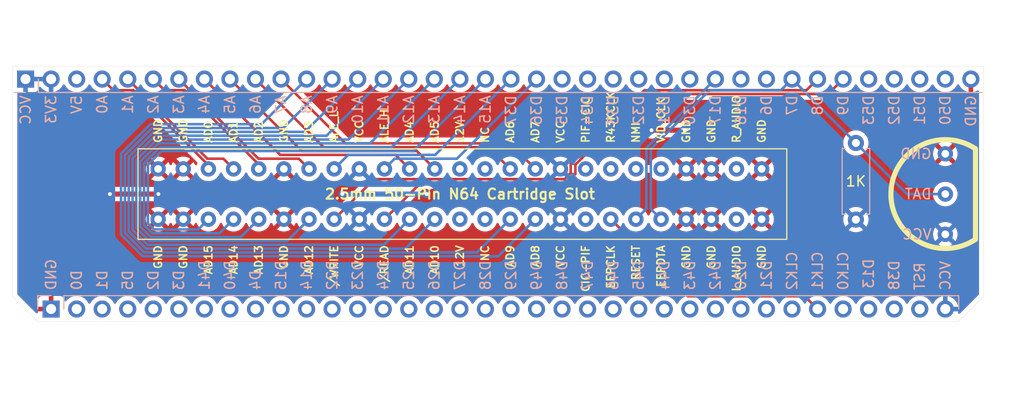
<source format=kicad_pcb>
(kicad_pcb (version 20211014) (generator pcbnew)
  (title_block (title "OSCR N64 ADAPTER") (date "2021-10-31") (rev "V1"))
  (layers (0 "F.Cu" signal) (31 "B.Cu" signal) (34 "B.Paste" user) (35 "F.Paste" user) (36 "B.SilkS" user "B.Silkscreen") (37 "F.SilkS" user "F.Silkscreen") (38 "B.Mask" user) (39 "F.Mask" user) (44 "Edge.Cuts" user))
  (net 0 "")
  (net 1 "D30")
  (net 2 "D31")
  (net 3 "D28")
  (net 4 "D29")
  (net 5 "D26")
  (net 6 "D27")
  (net 7 "D24")
  (net 8 "D25")
  (net 9 "D22")
  (net 10 "D23")
  (net 11 "D17")
  (net 12 "D14")
  (net 13 "D15")
  (net 14 "D8")
  (net 15 "D9")
  (net 16 "D6")
  (net 17 "D7")
  (net 18 "D4")
  (net 19 "D2")
  (net 20 "D3")
  (net 21 "VCC")
  (net 22 "GND")
  (net 23 "D46")
  (net 24 "D47")
  (net 25 "D44")
  (net 26 "D45")
  (net 27 "D42")
  (net 28 "D43")
  (net 29 "D36")
  (net 30 "D37")
  (net 31 "D34")
  (net 32 "D32")
  (net 33 "D33")
  (net 34 "A14")
  (net 35 "A15")
  (net 36 "A12")
  (net 37 "A13")
  (net 38 "A10")
  (net 39 "A11")
  (net 40 "A8")
  (net 41 "A9")
  (net 42 "A6")
  (net 43 "A7")
  (net 44 "A4")
  (net 45 "A5")
  (net 46 "A2")
  (net 47 "A3")
  (net 48 "A0")
  (net 49 "A1")
  (net 50 "D35")
  (net 51 "D16")
  (net 52 "D49")
  (net 53 "D48")
  (net 54 "CLK2")
  (net 55 "CLK1")
  (net 56 "CLK0")
  (net 57 "D0")
  (net 58 "D1")
  (net 59 "D5")
  (net 60 "D41")
  (net 61 "D40")
  (net 62 "D13")
  (net 63 "D38")
  (net 64 "RESET")
  (net 66 "SS")
  (net 67 "SCK")
  (net 68 "MOSI")
  (net 69 "MISO")
  (net 70 "SDA")
  (net 71 "SCL")
  (footprint "!OSCR:N64 Slot" (layer "F.Cu") (at 146.05 88.9 90)
    (fp_text reference "J3" hide)
    (fp_text value "N64_Slot")
    (fp_text user "GND" (at 5 25 90 unlocked) (layer "F.SilkS") (effects (font (size 0.762 0.762) (thickness 0.1524)) (justify left)))
    (fp_text user "R_AUDIO" (at 5 27.5 90 unlocked) (layer "F.SilkS") (effects (font (size 0.762 0.762) (thickness 0.1524)) (justify left)))
    (fp_text user "VCC" (at 5 10 90 unlocked) (layer "F.SilkS") (effects (font (size 0.762 0.762) (thickness 0.1524)) (justify left)))
    (fp_text user "AD6" (at 5 5 90 unlocked) (layer "F.SilkS") (effects (font (size 0.762 0.762) (thickness 0.1524)) (justify left)))
    (fp_text user "AD10" (at -5 -2.5 90 unlocked) (layer "F.SilkS") (effects (font (size 0.762 0.762) (thickness 0.1524)) (justify right)))
    (fp_text user "AD14" (at -5 -22.5 90 unlocked) (layer "F.SilkS") (effects (font (size 0.762 0.762) (thickness 0.1524)) (justify right)))
    (fp_text user "AD2" (at 5 -20 90 unlocked) (layer "F.SilkS") (effects (font (size 0.762 0.762) (thickness 0.1524)) (justify left)))
    (fp_text user "AD0" (at 5 -25 90 unlocked) (layer "F.SilkS") (effects (font (size 0.762 0.762) (thickness 0.1524)) (justify left)))
    (fp_text user "VID_CLK" (at 5 20 90 unlocked) (layer "F.SilkS") (effects (font (size 0.762 0.762) (thickness 0.1524)) (justify left)))
    (fp_text user "VCC" (at -5 -10 90 unlocked) (layer "F.SilkS") (effects (font (size 0.762 0.762) (thickness 0.1524)) (justify right)))
    (fp_text user "AD1" (at 5 -22.5 90 unlocked) (layer "F.SilkS") (effects (font (size 0.762 0.762) (thickness 0.1524)) (justify left)))
    (fp_text user "CIC-PIF" (at -5 12.5 90 unlocked) (layer "F.SilkS") (effects (font (size 0.762 0.762) (thickness 0.1524)) (justify right)))
    (fp_text user "GND" (at -5 25 90 unlocked) (layer "F.SilkS") (effects (font (size 0.762 0.762) (thickness 0.1524)) (justify right)))
    (fp_text user "RESET" (at -5 17.5 90 unlocked) (layer "F.SilkS") (effects (font (size 0.762 0.762) (thickness 0.1524)) (justify right)))
    (fp_text user "NMI" (at 5 17.5 90 unlocked) (layer "F.SilkS") (effects (font (size 0.762 0.762) (thickness 0.1524)) (justify left)))
    (fp_text user "GND" (at 5 -27.5 90 unlocked) (layer "F.SilkS") (effects (font (size 0.762 0.762) (thickness 0.1524)) (justify left)))
    (fp_text user "GND" (at -5 -27.5 90 unlocked) (layer "F.SilkS") (effects (font (size 0.762 0.762) (thickness 0.1524)) (justify right)))
    (fp_text user "PIF-CIC" (at 5 12.5 90 unlocked) (layer "F.SilkS") (effects (font (size 0.762 0.762) (thickness 0.1524)) (justify left)))
    (fp_text user "AD5" (at 5 -2.5 90 unlocked) (layer "F.SilkS") (effects (font (size 0.762 0.762) (thickness 0.1524)) (justify left)))
    (fp_text user "GND" (at 5 -30 90 unlocked) (layer "F.SilkS") (effects (font (size 0.762 0.762) (thickness 0.1524)) (justify left)))
    (fp_text user "AD7" (at 5 7.5 90 unlocked) (layer "F.SilkS") (effects (font (size 0.762 0.762) (thickness 0.1524)) (justify left)))
    (fp_text user "AD13" (at -5 -20 90 unlocked) (layer "F.SilkS") (effects (font (size 0.762 0.762) (thickness 0.1524)) (justify right)))
    (fp_text user "NC" (at 5 2.5 90 unlocked) (layer "F.SilkS") (effects (font (size 0.762 0.762) (thickness 0.1524)) (justify left)))
    (fp_text user "GND" (at 5 30 90 unlocked) (layer "F.SilkS") (effects (font (size 0.762 0.762) (thickness 0.1524)) (justify left)))
    (fp_text user "12V" (at 5 0 90 unlocked) (layer "F.SilkS") (effects (font (size 0.762 0.762) (thickness 0.1524)) (justify left)))
    (fp_text user "GND" (at -5 -30 90 unlocked) (layer "F.SilkS") (effects (font (size 0.762 0.762) (thickness 0.1524)) (justify right)))
    (fp_text user "GND" (at -5 -17.5 90 unlocked) (layer "F.SilkS") (effects (font (size 0.762 0.762) (thickness 0.1524)) (justify right)))
    (fp_text user "VCC" (at 5 -10 90 unlocked) (layer "F.SilkS") (effects (font (size 0.762 0.762) (thickness 0.1524)) (justify left)))
    (fp_text user "AD9" (at -5 5 90 unlocked) (layer "F.SilkS") (effects (font (size 0.762 0.762) (thickness 0.1524)) (justify right)))
    (fp_text user "EEPCLK" (at -5 15 90 unlocked) (layer "F.SilkS") (effects (font (size 0.762 0.762) (thickness 0.1524)) (justify right)))
    (fp_text user "GND" (at 5 -17.5 90 unlocked) (layer "F.SilkS") (effects (font (size 0.762 0.762) (thickness 0.1524)) (justify left)))
    (fp_text user "AD8" (at -5 7.5 90 unlocked) (layer "F.SilkS") (effects (font (size 0.762 0.762) (thickness 0.1524)) (justify right)))
    (fp_text user "AD11" (at -5 -5 90 unlocked) (layer "F.SilkS") (effects (font (size 0.762 0.762) (thickness 0.1524)) (justify right)))
    (fp_text user "GND" (at 5 22.5 90 unlocked) (layer "F.SilkS") (effects (font (size 0.762 0.762) (thickness 0.1524)) (justify left)))
    (fp_text user "/READ" (at -5 -7.5 90 unlocked) (layer "F.SilkS") (effects (font (size 0.762 0.762) (thickness 0.1524)) (justify right)))
    (fp_text user "GND" (at -5 22.5 90 unlocked) (layer "F.SilkS") (effects (font (size 0.762 0.762) (thickness 0.1524)) (justify right)))
    (fp_text user "VCC" (at -5 10 90 unlocked) (layer "F.SilkS") (effects (font (size 0.762 0.762) (thickness 0.1524)) (justify right)))
    (fp_text user "AD12" (at -5 -15 90 unlocked) (layer "F.SilkS") (effects (font (size 0.762 0.762) (thickness 0.1524)) (justify right)))
    (fp_text user "GND" (at -5 30 90 unlocked) (layer "F.SilkS") (effects (font (size 0.762 0.762) (thickness 0.1524)) (justify right)))
    (fp_text user "ALE_H" (at 5 -7.5 90 unlocked) (layer "F.SilkS") (effects (font (size 0.762 0.762) (thickness 0.1524)) (justify left)))
    (fp_text user "AD15" (at -5 -25 90 unlocked) (layer "F.SilkS") (effects (font (size 0.762 0.762) (thickness 0.1524)) (justify right)))
    (fp_text user "R43KCLK" (at 5 15 90 unlocked) (layer "F.SilkS") (effects (font (size 0.762 0.762) (thickness 0.1524)) (justify left)))
    (fp_text user "/WRITE" (at -5 -12.5 90 unlocked) (layer "F.SilkS") (effects (font (size 0.762 0.762) (thickness 0.1524)) (justify right)))
    (fp_text user "L_AUDIO" (at -5 27.5 90 unlocked) (layer "F.SilkS") (effects (font (size 0.762 0.762) (thickness 0.1524)) (justify right)))
    (fp_text user "2.5mm 50-Pin N64 Cartridge Slot" (at 0 0 unlocked) (layer "F.SilkS") (effects (font (size 1.016 1.016) (thickness 0.2032))))
    (fp_text user "AD3" (at 5 -15 90 unlocked) (layer "F.SilkS") (effects (font (size 0.762 0.762) (thickness 0.1524)) (justify left)))
    (fp_text user "NC" (at -5 2.5 90 unlocked) (layer "F.SilkS") (effects (font (size 0.762 0.762) (thickness 0.1524)) (justify right)))
    (fp_text user "AD4" (at 5 -5 90 unlocked) (layer "F.SilkS") (effects (font (size 0.762 0.762) (thickness 0.1524)) (justify left)))
    (fp_text user "ALE_L" (at 5 -12.5 90 unlocked) (layer "F.SilkS") (effects (font (size 0.762 0.762) (thickness 0.1524)) (justify left)))
    (fp_text user "12V" (at -5 0 90 unlocked) (layer "F.SilkS") (effects (font (size 0.762 0.762) (thickness 0.1524)) (justify right)))
    (fp_text user "EEPDTA" (at -5 20 90 unlocked) (layer "F.SilkS") (effects (font (size 0.762 0.762) (thickness 0.1524)) (justify right)))
    (fp_rect (start 4.5 -32) (end -4.5 32.5) (layer "F.SilkS") (width 0.12) (fill none))
    (pad "1" thru_hole circle (at -2.5 -30) (size 1.524 1.524) (drill 0.762) (layers *.Cu *.Mask) (net 22 "GND"))
    (pad "2" thru_hole circle (at -2.5 -27.5) (size 1.524 1.524) (drill 0.762) (layers *.Cu *.Mask) (net 22 "GND"))
    (pad "3" thru_hole circle (at -2.5 -25) (size 1.524 1.524) (drill 0.762) (layers *.Cu *.Mask) (net 35 "A15"))
    (pad "4" thru_hole circle (at -2.5 -22.5) (size 1.524 1.524) (drill 0.762) (layers *.Cu *.Mask) (net 34 "A14"))
    (pad "5" thru_hole circle (at -2.5 -20) (size 1.524 1.524) (drill 0.762) (layers *.Cu *.Mask) (net 37 "A13"))
    (pad "6" thru_hole circle (at -2.5 -17.5) (size 1.524 1.524) (drill 0.762) (layers *.Cu *.Mask) (net 22 "GND"))
    (pad "7" thru_hole circle (at -2.5 -15) (size 1.524 1.524) (drill 0.762) (layers *.Cu *.Mask) (net 36 "A12"))
    (pad "8" thru_hole circle (at -2.5 -12.5) (size 1.524 1.524) (drill 0.762) (layers *.Cu *.Mask) (net 14 "D8"))
    (pad "9" thru_hole circle (at -2.5 -10) (size 1.524 1.524) (drill 0.762) (layers *.Cu *.Mask) (net 21 "VCC"))
    (pad "10" thru_hole circle (at -2.5 -7.5) (size 1.524 1.524) (drill 0.762) (layers *.Cu *.Mask) (net 15 "D9"))
    (pad "11" thru_hole circle (at -2.5 -5) (size 1.524 1.524) (drill 0.762) (layers *.Cu *.Mask) (net 39 "A11"))
    (pad "12" thru_hole circle (at -2.5 -2.5) (size 1.524 1.524) (drill 0.762) (layers *.Cu *.Mask) (net 38 "A10"))
    (pad "13" thru_hole circle (at -2.5 0) (size 1.524 1.524) (drill 0.762) (layers *.Cu *.Mask))
    (pad "14" thru_hole circle (at -2.5 2.5) (size 1.524 1.524) (drill 0.762) (layers *.Cu *.Mask))
    (pad "15" thru_hole circle (at -2.5 5) (size 1.524 1.524) (drill 0.762) (layers *.Cu *.Mask) (net 41 "A9"))
    (pad "16" thru_hole circle (at -2.5 7.5) (size 1.524 1.524) (drill 0.762) (layers *.Cu *.Mask) (net 40 "A8"))
    (pad "17" thru_hole circle (at -2.5 10) (size 1.524 1.524) (drill 0.762) (layers *.Cu *.Mask) (net 21 "VCC"))
    (pad "18" thru_hole circle (at -2.5 12.5) (size 1.524 1.524) (drill 0.762) (layers *.Cu *.Mask))
    (pad "19" thru_hole circle (at -2.5 15) (size 1.524 1.524) (drill 0.762) (layers *.Cu *.Mask) (net 55 "CLK1"))
    (pad "20" thru_hole circle (at -2.5 17.5) (size 1.524 1.524) (drill 0.762) (layers *.Cu *.Mask) (net 11 "D17"))
    (pad "21" thru_hole circle (at -2.5 20) (size 1.524 1.524) (drill 0.762) (layers *.Cu *.Mask) (net 17 "D7"))
    (pad "22" thru_hole circle (at -2.5 22.5) (size 1.524 1.524) (drill 0.762) (layers *.Cu *.Mask) (net 22 "GND"))
    (pad "23" thru_hole circle (at -2.5 25) (size 1.524 1.524) (drill 0.762) (layers *.Cu *.Mask) (net 22 "GND"))
    (pad "24" thru_hole circle (at -2.5 27.5) (size 1.524 1.524) (drill 0.762) (layers *.Cu *.Mask))
    (pad "25" thru_hole circle (at -2.5 30) (size 1.524 1.524) (drill 0.762) (layers *.Cu *.Mask) (net 22 "GND"))
    (pad "26" thru_hole circle (at 2.5 -30) (size 1.524 1.524) (drill 0.762) (layers *.Cu *.Mask) (net 22 "GND"))
    (pad "27" thru_hole circle (at 2.5 -27.5) (size 1.524 1.524) (drill 0.762) (layers *.Cu *.Mask) (net 22 "GND"))
    (pad "28" thru_hole circle (at 2.5 -25) (size 1.524 1.524) (drill 0.762) (layers *.Cu *.Mask) (net 48 "A0"))
    (pad "29" thru_hole circle (at 2.5 -22.5) (size 1.524 1.524) (drill 0.762) (layers *.Cu *.Mask) (net 49 "A1"))
    (pad "30" thru_hole circle (at 2.5 -20) (size 1.524 1.524) (drill 0.762) (layers *.Cu *.Mask) (net 46 "A2"))
    (pad "31" thru_hole circle (at 2.5 -17.5) (size 1.524 1.524) (drill 0.762) (layers *.Cu *.Mask) (net 22 "GND"))
    (pad "32" thru_hole circle (at 2.5 -15) (size 1.524 1.524) (drill 0.762) (layers *.Cu *.Mask) (net 47 "A3"))
    (pad "33" thru_hole circle (at 2.5 -12.5) (size 1.524 1.524) (drill 0.762) (layers *.Cu *.Mask) (net 30 "D37"))
    (pad "34" thru_hole circle (at 2.5 -10) (size 1.524 1.524) (drill 0.762) (layers *.Cu *.Mask) (net 21 "VCC"))
    (pad "35" thru_hole circle (at 2.5 -7.5) (size 1.524 1.524) (drill 0.762) (layers *.Cu *.Mask) (net 29 "D36"))
    (pad "36" thru_hole circle (at 2.5 -5) (size 1.524 1.524) (drill 0.762) (layers *.Cu *.Mask) (net 44 "A4"))
    (pad "37" thru_hole circle (at 2.5 -2.5) (size 1.524 1.524) (drill 0.762) (layers *.Cu *.Mask) (net 45 "A5"))
    (pad "38" thru_hole circle (at 2.5 0) (size 1.524 1.524) (drill 0.762) (layers *.Cu *.Mask))
    (pad "39" thru_hole circle (at 2.5 2.5) (size 1.524 1.524) (drill 0.762) (layers *.Cu *.Mask))
    (pad "40" thru_hole circle (at 2.5 5) (size 1.524 1.524) (drill 0.762) (layers *.Cu *.Mask) (net 42 "A6"))
    (pad "41" thru_hole circle (at 2.5 7.5) (size 1.524 1.524) (drill 0.762) (layers *.Cu *.Mask) (net 43 "A7"))
    (pad "42" thru_hole circle (at 2.5 10) (size 1.524 1.524) (drill 0.762) (layers *.Cu *.Mask) (net 21 "VCC"))
    (pad "43" thru_hole circle (at 2.5 12.5) (size 1.524 1.524) (drill 0.762) (layers *.Cu *.Mask))
    (pad "44" thru_hole circle (at 2.5 15) (size 1.524 1.524) (drill 0.762) (layers *.Cu *.Mask))
    (pad "45" thru_hole circle (at 2.5 17.5) (size 1.524 1.524) (drill 0.762) (layers *.Cu *.Mask))
    (pad "46" thru_hole circle (at 2.5 20) (size 1.524 1.524) (drill 0.762) (layers *.Cu *.Mask))
    (pad "47" thru_hole circle (at 2.5 22.5) (size 1.524 1.524) (drill 0.762) (layers *.Cu *.Mask) (net 22 "GND"))
    (pad "48" thru_hole circle (at 2.5 25) (size 1.524 1.524) (drill 0.762) (layers *.Cu *.Mask) (net 22 "GND"))
    (pad "49" thru_hole circle (at 2.5 27.5) (size 1.524 1.524) (drill 0.762) (layers *.Cu *.Mask))
    (pad "50" thru_hole circle (at 2.5 30) (size 1.524 1.524) (drill 0.762) (layers *.Cu *.Mask) (net 22 "GND"))
  )
  (footprint "!OSCR:N64_CONTROLLER_PORT" (layer "F.Cu") (at 194.31 88.9 90)
    (fp_text reference "J4" hide)
    (fp_text value "N64_Controller_Port")
    (fp_line (start -4.5 3) (end 4.5 3) (layer "F.SilkS") (width 0.508))
    (fp_arc (start -4.499999 2.999999) (mid 0 -5.408326) (end 4.499999 2.999999) (layer "F.SilkS") (width 0.508))
    (pad "1" thru_hole circle (at -4 0 90) (size 1.524 1.524) (drill 0.762) (layers *.Cu *.Mask) (net 21 "VCC"))
    (pad "2" thru_hole circle (at 0 0 90) (size 1.524 1.524) (drill 0.762) (layers *.Cu *.Mask) (net 17 "D7"))
    (pad "3" thru_hole circle (at 4 0 90) (size 1.524 1.524) (drill 0.762) (layers *.Cu *.Mask) (net 22 "GND"))
  )
  (footprint "Connector_PinHeader_2.54mm:PinHeader_1x38_P2.54mm_Vertical" (layer "B.Cu") (at 102.87 77.47 -90)
    (fp_text reference "J1" hide)
    (fp_text value "CART SLOT TOP ROW")
    (fp_line (start 1.33 -1.27) (end 1.33 -95.123) (layer "B.SilkS") (width 0.12))
    (fp_line (start 1.33 0) (end 1.33 1.143) (layer "B.SilkS") (width 0.12))
    (fp_line (start 0 -1.27) (end 1.33 -1.27) (layer "B.SilkS") (width 0.12))
    (pad "1" thru_hole rect (at 0 0 270) (size 1.7 1.7) (drill 1) (layers *.Cu *.Mask) (net 21 "VCC"))
    (pad "2" thru_hole oval (at 0 -2.54 270) (size 1.7 1.7) (drill 1) (layers *.Cu *.Mask) (net 21 "VCC"))
    (pad "3" thru_hole oval (at 0 -5.08 270) (size 1.7 1.7) (drill 1) (layers *.Cu *.Mask))
    (pad "4" thru_hole oval (at 0 -7.62 270) (size 1.7 1.7) (drill 1) (layers *.Cu *.Mask) (net 48 "A0"))
    (pad "5" thru_hole oval (at 0 -10.16 270) (size 1.7 1.7) (drill 1) (layers *.Cu *.Mask) (net 49 "A1"))
    (pad "6" thru_hole oval (at 0 -12.7 270) (size 1.7 1.7) (drill 1) (layers *.Cu *.Mask) (net 46 "A2"))
    (pad "7" thru_hole oval (at 0 -15.24 270) (size 1.7 1.7) (drill 1) (layers *.Cu *.Mask) (net 47 "A3"))
    (pad "8" thru_hole oval (at 0 -17.78 270) (size 1.7 1.7) (drill 1) (layers *.Cu *.Mask) (net 44 "A4"))
    (pad "9" thru_hole oval (at 0 -20.32 270) (size 1.7 1.7) (drill 1) (layers *.Cu *.Mask) (net 45 "A5"))
    (pad "10" thru_hole oval (at 0 -22.86 270) (size 1.7 1.7) (drill 1) (layers *.Cu *.Mask) (net 42 "A6"))
    (pad "11" thru_hole oval (at 0 -25.4 270) (size 1.7 1.7) (drill 1) (layers *.Cu *.Mask) (net 43 "A7"))
    (pad "12" thru_hole oval (at 0 -27.94 270) (size 1.7 1.7) (drill 1) (layers *.Cu *.Mask) (net 40 "A8"))
    (pad "13" thru_hole oval (at 0 -30.48 270) (size 1.7 1.7) (drill 1) (layers *.Cu *.Mask) (net 41 "A9"))
    (pad "14" thru_hole oval (at 0 -33.02 270) (size 1.7 1.7) (drill 1) (layers *.Cu *.Mask) (net 38 "A10"))
    (pad "15" thru_hole oval (at 0 -35.56 270) (size 1.7 1.7) (drill 1) (layers *.Cu *.Mask) (net 39 "A11"))
    (pad "16" thru_hole oval (at 0 -38.1 270) (size 1.7 1.7) (drill 1) (layers *.Cu *.Mask) (net 36 "A12"))
    (pad "17" thru_hole oval (at 0 -40.64 270) (size 1.7 1.7) (drill 1) (layers *.Cu *.Mask) (net 37 "A13"))
    (pad "18" thru_hole oval (at 0 -43.18 270) (size 1.7 1.7) (drill 1) (layers *.Cu *.Mask) (net 34 "A14"))
    (pad "19" thru_hole oval (at 0 -45.72 270) (size 1.7 1.7) (drill 1) (layers *.Cu *.Mask) (net 35 "A15"))
    (pad "20" thru_hole oval (at 0 -48.26 270) (size 1.7 1.7) (drill 1) (layers *.Cu *.Mask) (net 30 "D37"))
    (pad "21" thru_hole oval (at 0 -50.8 270) (size 1.7 1.7) (drill 1) (layers *.Cu *.Mask) (net 29 "D36"))
    (pad "22" thru_hole oval (at 0 -53.34 270) (size 1.7 1.7) (drill 1) (layers *.Cu *.Mask) (net 50 "D35"))
    (pad "23" thru_hole oval (at 0 -55.88 270) (size 1.7 1.7) (drill 1) (layers *.Cu *.Mask) (net 31 "D34"))
    (pad "24" thru_hole oval (at 0 -58.42 270) (size 1.7 1.7) (drill 1) (layers *.Cu *.Mask) (net 33 "D33"))
    (pad "25" thru_hole oval (at 0 -60.96 270) (size 1.7 1.7) (drill 1) (layers *.Cu *.Mask) (net 32 "D32"))
    (pad "26" thru_hole oval (at 0 -63.5 270) (size 1.7 1.7) (drill 1) (layers *.Cu *.Mask) (net 2 "D31"))
    (pad "27" thru_hole oval (at 0 -66.04 270) (size 1.7 1.7) (drill 1) (layers *.Cu *.Mask) (net 1 "D30"))
    (pad "28" thru_hole oval (at 0 -68.58 270) (size 1.7 1.7) (drill 1) (layers *.Cu *.Mask) (net 11 "D17"))
    (pad "29" thru_hole oval (at 0 -71.12 270) (size 1.7 1.7) (drill 1) (layers *.Cu *.Mask) (net 51 "D16"))
    (pad "30" thru_hole oval (at 0 -73.66 270) (size 1.7 1.7) (drill 1) (layers *.Cu *.Mask) (net 16 "D6"))
    (pad "31" thru_hole oval (at 0 -76.2 270) (size 1.7 1.7) (drill 1) (layers *.Cu *.Mask) (net 17 "D7"))
    (pad "32" thru_hole oval (at 0 -78.74 270) (size 1.7 1.7) (drill 1) (layers *.Cu *.Mask) (net 14 "D8"))
    (pad "33" thru_hole oval (at 0 -81.28 270) (size 1.7 1.7) (drill 1) (layers *.Cu *.Mask) (net 15 "D9"))
    (pad "34" thru_hole oval (at 0 -83.82 270) (size 1.7 1.7) (drill 1) (layers *.Cu *.Mask) (net 66 "SS"))
    (pad "35" thru_hole oval (at 0 -86.36 270) (size 1.7 1.7) (drill 1) (layers *.Cu *.Mask) (net 67 "SCK"))
    (pad "36" thru_hole oval (at 0 -88.9 270) (size 1.7 1.7) (drill 1) (layers *.Cu *.Mask) (net 68 "MOSI"))
    (pad "37" thru_hole oval (at 0 -91.44 270) (size 1.7 1.7) (drill 1) (layers *.Cu *.Mask) (net 69 "MISO"))
    (pad "38" thru_hole oval (at 0 -93.98 270) (size 1.7 1.7) (drill 1) (layers *.Cu *.Mask) (net 22 "GND"))
  )
  (footprint "Connector_PinHeader_2.54mm:PinHeader_1x36_P2.54mm_Vertical" (layer "B.Cu") (at 105.41 100.33 -90)
    (fp_text reference "J2" hide)
    (fp_text value "CART SLOT BOTTOM ROW")
    (fp_line (start -1.33 0) (end -1.33 1.33) (layer "B.SilkS") (width 0.12))
    (fp_line (start -1.33 -1.27) (end -1.33 -90.23) (layer "B.SilkS") (width 0.12))
    (fp_line (start -1.33 -90.23) (end 0 -90.23) (layer "B.SilkS") (width 0.12))
    (fp_line (start -1.33 1.33) (end 0 1.33) (layer "B.SilkS") (width 0.12))
    (fp_line (start -1.33 -1.27) (end 0 -1.27) (layer "B.SilkS") (width 0.12))
    (pad "1" thru_hole rect (at 0 0 270) (size 1.7 1.7) (drill 1) (layers *.Cu *.Mask) (net 22 "GND"))
    (pad "2" thru_hole oval (at 0 -2.54 270) (size 1.7 1.7) (drill 1) (layers *.Cu *.Mask) (net 57 "D0"))
    (pad "3" thru_hole oval (at 0 -5.08 270) (size 1.7 1.7) (drill 1) (layers *.Cu *.Mask) (net 58 "D1"))
    (pad "4" thru_hole oval (at 0 -7.62 270) (size 1.7 1.7) (drill 1) (layers *.Cu *.Mask) (net 59 "D5"))
    (pad "5" thru_hole oval (at 0 -10.16 270) (size 1.7 1.7) (drill 1) (layers *.Cu *.Mask) (net 19 "D2"))
    (pad "6" thru_hole oval (at 0 -12.7 270) (size 1.7 1.7) (drill 1) (layers *.Cu *.Mask) (net 20 "D3"))
    (pad "7" thru_hole oval (at 0 -15.24 270) (size 1.7 1.7) (drill 1) (layers *.Cu *.Mask) (net 60 "D41"))
    (pad "8" thru_hole oval (at 0 -17.78 270) (size 1.7 1.7) (drill 1) (layers *.Cu *.Mask) (net 61 "D40"))
    (pad "9" thru_hole oval (at 0 -20.32 270) (size 1.7 1.7) (drill 1) (layers *.Cu *.Mask) (net 18 "D4"))
    (pad "10" thru_hole oval (at 0 -22.86 270) (size 1.7 1.7) (drill 1) (layers *.Cu *.Mask) (net 13 "D15"))
    (pad "11" thru_hole oval (at 0 -25.4 270) (size 1.7 1.7) (drill 1) (layers *.Cu *.Mask) (net 12 "D14"))
    (pad "12" thru_hole oval (at 0 -27.94 270) (size 1.7 1.7) (drill 1) (layers *.Cu *.Mask) (net 9 "D22"))
    (pad "13" thru_hole oval (at 0 -30.48 270) (size 1.7 1.7) (drill 1) (layers *.Cu *.Mask) (net 10 "D23"))
    (pad "14" thru_hole oval (at 0 -33.02 270) (size 1.7 1.7) (drill 1) (layers *.Cu *.Mask) (net 7 "D24"))
    (pad "15" thru_hole oval (at 0 -35.56 270) (size 1.7 1.7) (drill 1) (layers *.Cu *.Mask) (net 8 "D25"))
    (pad "16" thru_hole oval (at 0 -38.1 270) (size 1.7 1.7) (drill 1) (layers *.Cu *.Mask) (net 5 "D26"))
    (pad "17" thru_hole oval (at 0 -40.64 270) (size 1.7 1.7) (drill 1) (layers *.Cu *.Mask) (net 6 "D27"))
    (pad "18" thru_hole oval (at 0 -43.18 270) (size 1.7 1.7) (drill 1) (layers *.Cu *.Mask) (net 3 "D28"))
    (pad "19" thru_hole oval (at 0 -45.72 270) (size 1.7 1.7) (drill 1) (layers *.Cu *.Mask) (net 4 "D29"))
    (pad "20" thru_hole oval (at 0 -48.26 270) (size 1.7 1.7) (drill 1) (layers *.Cu *.Mask) (net 52 "D49"))
    (pad "21" thru_hole oval (at 0 -50.8 270) (size 1.7 1.7) (drill 1) (layers *.Cu *.Mask) (net 53 "D48"))
    (pad "22" thru_hole oval (at 0 -53.34 270) (size 1.7 1.7) (drill 1) (layers *.Cu *.Mask) (net 24 "D47"))
    (pad "23" thru_hole oval (at 0 -55.88 270) (size 1.7 1.7) (drill 1) (layers *.Cu *.Mask) (net 23 "D46"))
    (pad "24" thru_hole oval (at 0 -58.42 270) (size 1.7 1.7) (drill 1) (layers *.Cu *.Mask) (net 26 "D45"))
    (pad "25" thru_hole oval (at 0 -60.96 270) (size 1.7 1.7) (drill 1) (layers *.Cu *.Mask) (net 25 "D44"))
    (pad "26" thru_hole oval (at 0 -63.5 270) (size 1.7 1.7) (drill 1) (layers *.Cu *.Mask) (net 28 "D43"))
    (pad "27" thru_hole oval (at 0 -66.04 270) (size 1.7 1.7) (drill 1) (layers *.Cu *.Mask) (net 27 "D42"))
    (pad "28" thru_hole oval (at 0 -68.58 270) (size 1.7 1.7) (drill 1) (layers *.Cu *.Mask) (net 70 "SDA"))
    (pad "29" thru_hole oval (at 0 -71.12 270) (size 1.7 1.7) (drill 1) (layers *.Cu *.Mask) (net 71 "SCL"))
    (pad "30" thru_hole oval (at 0 -73.66 270) (size 1.7 1.7) (drill 1) (layers *.Cu *.Mask) (net 54 "CLK2"))
    (pad "31" thru_hole oval (at 0 -76.2 270) (size 1.7 1.7) (drill 1) (layers *.Cu *.Mask) (net 55 "CLK1"))
    (pad "32" thru_hole oval (at 0 -78.74 270) (size 1.7 1.7) (drill 1) (layers *.Cu *.Mask) (net 56 "CLK0"))
    (pad "33" thru_hole oval (at 0 -81.28 270) (size 1.7 1.7) (drill 1) (layers *.Cu *.Mask) (net 62 "D13"))
    (pad "34" thru_hole oval (at 0 -83.82 270) (size 1.7 1.7) (drill 1) (layers *.Cu *.Mask) (net 63 "D38"))
    (pad "35" thru_hole oval (at 0 -86.36 270) (size 1.7 1.7) (drill 1) (layers *.Cu *.Mask) (net 64 "RESET"))
    (pad "36" thru_hole oval (at 0 -88.9 270) (size 1.7 1.7) (drill 1) (layers *.Cu *.Mask) (net 21 "VCC"))
  )
  (footprint "Resistor_THT:R_Axial_DIN0207_L6.3mm_D2.5mm_P7.62mm_Horizontal" (layer "B.Cu") (at 185.42 91.44 90)
    (fp_text reference "R1" hide)
    (fp_text value "1K")
    (fp_line (start 0.54 -1.04) (end 0.54 -1.37) (layer "B.SilkS") (width 0.12))
    (fp_line (start 0.54 1.04) (end 0.54 1.37) (layer "B.SilkS") (width 0.12))
    (fp_line (start 7.08 1.37) (end 7.08 1.04) (layer "B.SilkS") (width 0.12))
    (fp_line (start 0.54 1.37) (end 7.08 1.37) (layer "B.SilkS") (width 0.12))
    (fp_line (start 7.08 -1.37) (end 7.08 -1.04) (layer "B.SilkS") (width 0.12))
    (fp_line (start 0.54 -1.37) (end 7.08 -1.37) (layer "B.SilkS") (width 0.12))
    (pad "1" thru_hole circle (at 0 0 90) (size 1.6 1.6) (drill 0.8) (layers *.Cu *.Mask) (net 21 "VCC"))
    (pad "2" thru_hole oval (at 7.62 0 90) (size 1.6 1.6) (drill 0.8) (layers *.Cu *.Mask) (net 17 "D7"))
  )
  (gr_line (start 101.6 76.2) (end 101.6 99.06) (layer "Edge.Cuts") (width 0.0254))
  (gr_line (start 198.12 76.2) (end 101.6 76.2) (layer "Edge.Cuts") (width 0.0254))
  (gr_line (start 195.58 101.6) (end 198.12 99.06) (layer "Edge.Cuts") (width 0.0254))
  (gr_line (start 104.14 101.6) (end 195.58 101.6) (layer "Edge.Cuts") (width 0.0254))
  (gr_line (start 198.12 99.06) (end 198.12 76.2) (layer "Edge.Cuts") (width 0.0254))
  (gr_line (start 101.6 99.06) (end 104.14 101.6) (layer "Edge.Cuts") (width 0.0254))
  (gr_text "D43" (at 168.91 98.552 90) (layer "B.SilkS") (effects (font (size 1.016 1.016) (thickness 0.1524)) (justify right mirror)))
  (gr_text "D3" (at 118.11 98.552 90) (layer "B.SilkS") (effects (font (size 1.016 1.016) (thickness 0.1524)) (justify right mirror)))
  (gr_text "D1" (at 110.49 98.552 90) (layer "B.SilkS") (effects (font (size 1.016 1.016) (thickness 0.1524)) (justify right mirror)))
  (gr_text "D9" (at 184.15 78.994 90) (layer "B.SilkS") (effects (font (size 1.016 1.016) (thickness 0.1524)) (justify left mirror)))
  (gr_text "A6" (at 125.73 78.994 90) (layer "B.SilkS") (effects (font (size 1.016 1.016) (thickness 0.1524)) (justify left mirror)))
  (gr_text "D48" (at 156.21 98.552 90) (layer "B.SilkS") (effects (font (size 1.016 1.016) (thickness 0.1524)) (justify right mirror)))
  (gr_text "D52" (at 189.23 78.994 90) (layer "B.SilkS") (effects (font (size 1.016 1.016) (thickness 0.1524)) (justify left mirror)))
  (gr_text "VCC" (at 194.31 98.552 90) (layer "B.SilkS") (effects (font (size 1.016 1.016) (thickness 0.1524)) (justify right mirror)))
  (gr_text "A4" (at 120.65 78.994 90) (layer "B.SilkS") (effects (font (size 1.016 1.016) (thickness 0.1524)) (justify left mirror)))
  (gr_text "A2" (at 115.57 78.994 90) (layer "B.SilkS") (effects (font (size 1.016 1.016) (thickness 0.1524)) (justify left mirror)))
  (gr_text "D31" (at 166.37 78.994 90) (layer "B.SilkS") (effects (font (size 1.016 1.016) (thickness 0.1524)) (justify left mirror)))
  (gr_text "D23" (at 135.89 98.552 90) (layer "B.SilkS") (effects (font (size 1.016 1.016) (thickness 0.1524)) (justify right mirror)))
  (gr_text "D7" (at 179.07 78.994 90) (layer "B.SilkS") (effects (font (size 1.016 1.016) (thickness 0.1524)) (justify left mirror)))
  (gr_text "D49" (at 153.67 98.552 90) (layer "B.SilkS") (effects (font (size 1.016 1.016) (thickness 0.1524)) (justify right mirror)))
  (gr_text "D38" (at 189.23 98.552 90) (layer "B.SilkS") (effects (font (size 1.016 1.016) (thickness 0.1524)) (justify right mirror)))
  (gr_text "A10" (at 135.89 78.994 90) (layer "B.SilkS") (effects (font (size 1.016 1.016) (thickness 0.1524)) (justify left mirror)))
  (gr_text "D37" (at 151.13 78.994 90) (layer "B.SilkS") (effects (font (size 1.016 1.016) (thickness 0.1524)) (justify left mirror)))
  (gr_text "D4" (at 125.73 98.552 90) (layer "B.SilkS") (effects (font (size 1.016 1.016) (thickness 0.1524)) (justify right mirror)))
  (gr_text "D32" (at 163.83 78.994 90) (layer "B.SilkS") (effects (font (size 1.016 1.016) (thickness 0.1524)) (justify left mirror)))
  (gr_text "D8" (at 181.61 78.994 90) (layer "B.SilkS") (effects (font (size 1.016 1.016) (thickness 0.1524)) (justify left mirror)))
  (gr_text "D30" (at 168.91 78.994 90) (layer "B.SilkS") (effects (font (size 1.016 1.016) (thickness 0.1524)) (justify left mirror)))
  (gr_text "D29" (at 151.13 98.552 90) (layer "B.SilkS") (effects (font (size 1.016 1.016) (thickness 0.1524)) (justify right mirror)))
  (gr_text "RST" (at 191.77 98.552 90) (layer "B.SilkS") (effects (font (size 1.016 1.016) (thickness 0.1524)) (justify right mirror)))
  (gr_text "A14" (at 146.05 78.994 90) (layer "B.SilkS") (effects (font (size 1.016 1.016) (thickness 0.1524)) (justify left mirror)))
  (gr_text "D2" (at 115.57 98.552 90) (layer "B.SilkS") (effects (font (size 1.016 1.016) (thickness 0.1524)) (justify right mirror)))
  (gr_text "D50" (at 194.31 78.994 90) (layer "B.SilkS") (effects (font (size 1.016 1.016) (thickness 0.1524)) (justify left mirror)))
  (gr_text "CLK2" (at 179.07 98.552 90) (layer "B.SilkS") (effects (font (size 1.016 1.016) (thickness 0.1524)) (justify right mirror)))
  (gr_text "D14" (at 130.81 98.552 90) (layer "B.SilkS") (effects (font (size 1.016 1.016) (thickness 0.1524)) (justify right mirror)))
  (gr_text "3V3" (at 105.41 78.994 90) (layer "B.SilkS") (effects (font (size 1.016 1.016) (thickness 0.1524)) (justify left mirror)))
  (gr_text "DAT" (at 193.04 88.9) (layer "B.SilkS") (effects (font (size 1.016 1.016) (thickness 0.1524)) (justify left mirror)))
  (gr_text "D47" (at 158.75 98.552 90) (layer "B.SilkS") (effects (font (size 1.016 1.016) (thickness 0.1524)) (justify right mirror)))
  (gr_text "D6" (at 176.53 78.994 90) (layer "B.SilkS") (effects (font (size 1.016 1.016) (thickness 0.1524)) (justify left mirror)))
  (gr_text "D53" (at 186.69 78.994 90) (layer "B.SilkS") (effects (font (size 1.016 1.016) (thickness 0.1524)) (justify left mirror)))
  (gr_text "A0" (at 110.49 78.994 90) (layer "B.SilkS") (effects (font (size 1.016 1.016) (thickness 0.1524)) (justify left mirror)))
  (gr_text "D40" (at 123.19 98.552 90) (layer "B.SilkS") (effects (font (size 1.016 1.016) (thickness 0.1524)) (justify right mirror)))
  (gr_text "A5" (at 123.19 78.994 90) (layer "B.SilkS") (effects (font (size 1.016 1.016) (thickness 0.1524)) (justify left mirror)))
  (gr_text "CLK1" (at 181.61 98.552 90) (layer "B.SilkS") (effects (font (size 1.016 1.016) (thickness 0.1524)) (justify right mirror)))
  (gr_text "A1" (at 113.03 78.994 90) (layer "B.SilkS") (effects (font (size 1.016 1.016) (thickness 0.1524)) (justify left mirror)))
  (gr_text "D24" (at 138.43 98.552 90) (layer "B.SilkS") (effects (font (size 1.016 1.016) (thickness 0.1524)) (justify right mirror)))
  (gr_text "D44" (at 166.37 98.552 90) (layer "B.SilkS") (effects (font (size 1.016 1.016) (thickness 0.1524)) (justify right mirror)))
  (gr_text "D22" (at 133.35 98.552 90) (layer "B.SilkS") (effects (font (size 1.016 1.016) (thickness 0.1524)) (justify right mirror)))
  (gr_text "A12" (at 140.97 78.994 90) (layer "B.SilkS") (effects (font (size 1.016 1.016) (thickness 0.1524)) (justify left mirror)))
  (gr_text "D26" (at 143.51 98.552 90) (layer "B.SilkS") (effects (font (size 1.016 1.016) (thickness 0.1524)) (justify right mirror)))
  (gr_text "D42" (at 171.45 98.552 90) (layer "B.SilkS") (effects (font (size 1.016 1.016) (thickness 0.1524)) (justify right mirror)))
  (gr_text "VCC" (at 102.87 78.994 90) (layer "B.SilkS") (effects (font (size 1.016 1.016) (thickness 0.1524)) (justify left mirror)))
  (gr_text "D5" (at 113.03 98.552 90) (layer "B.SilkS") (effects (font (size 1.016 1.016) (thickness 0.1524)) (justify right mirror)))
  (gr_text "A3" (at 118.11 78.994 90) (layer "B.SilkS") (effects (font (size 1.016 1.016) (thickness 0.1524)) (justify left mirror)))
  (gr_text "D36" (at 153.67 78.994 90) (layer "B.SilkS") (effects (font (size 1.016 1.016) (thickness 0.1524)) (justify left mirror)))
  (gr_text "D51" (at 191.77 78.994 90) (layer "B.SilkS") (effects (font (size 1.016 1.016) (thickness 0.1524)) (justify left mirror)))
  (gr_text "D33" (at 161.29 78.994 90) (layer "B.SilkS") (effects (font (size 1.016 1.016) (thickness 0.1524)) (justify left mirror)))
  (gr_text "D34" (at 158.75 78.994 90) (layer "B.SilkS") (effects (font (size 1.016 1.016) (thickness 0.1524)) (justify left mirror)))
  (gr_text "D15" (at 128.27 98.552 90) (layer "B.SilkS") (effects (font (size 1.016 1.016) (thickness 0.1524)) (justify right mirror)))
  (gr_text "GND" (at 105.41 98.552 90) (layer "B.SilkS") (effects (font (size 1.016 1.016) (thickness 0.1524)) (justify right mirror)))
  (gr_text "VCC" (at 193.04 92.9) (layer "B.SilkS") (effects (font (size 1.016 1.016) (thickness 0.1524)) (justify left mirror)))
  (gr_text "D28" (at 148.59 98.552 90) (layer "B.SilkS") (effects (font (size 1.016 1.016) (thickness 0.1524)) (justify right mirror)))
  (gr_text "D21" (at 176.53 98.552 90) (layer "B.SilkS") (effects (font (size 1.016 1.016) (thickness 0.1524)) (justify right mirror)))
  (gr_text "CLK0" (at 184.15 98.552 90) (layer "B.SilkS") (effects (font (size 1.016 1.016) (thickness 0.1524)) (justify right mirror)))
  (gr_text "D17" (at 171.45 78.994 90) (layer "B.SilkS") (effects (font (size 1.016 1.016) (thickness 0.1524)) (justify left mirror)))
  (gr_text "D41" (at 120.65 98.552 90) (layer "B.SilkS") (effects (font (size 1.016 1.016) (thickness 0.1524)) (justify right mirror)))
  (gr_text "A9" (at 133.35 78.994 90) (layer "B.SilkS") (effects (font (size 1.016 1.016) (thickness 0.1524)) (justify left mirror)))
  (gr_text "A7" (at 128.27 78.994 90) (layer "B.SilkS") (effects (font (size 1.016 1.016) (thickness 0.1524)) (justify left mirror)))
  (gr_text "D27" (at 146.05 98.552 90) (layer "B.SilkS") (effects (font (size 1.016 1.016) (thickness 0.1524)) (justify right mirror)))
  (gr_text "GND" (at 196.85 78.994 90) (layer "B.SilkS") (effects (font (size 1.016 1.016) (thickness 0.1524)) (justify left mirror)))
  (gr_text "A8" (at 130.81 78.994 90) (layer "B.SilkS") (effects (font (size 1.016 1.016) (thickness 0.1524)) (justify left mirror)))
  (gr_text "D46" (at 161.29 98.552 90) (layer "B.SilkS") (effects (font (size 1.016 1.016) (thickness 0.1524)) (justify right mirror)))
  (gr_text "GND" (at 193.04 84.9) (layer "B.SilkS") (effects (font (size 1.016 1.016) (thickness 0.1524)) (justify left mirror)))
  (gr_text "A11" (at 138.43 78.994 90) (layer "B.SilkS") (effects (font (size 1.016 1.016) (thickness 0.1524)) (justify left mirror)))
  (gr_text "D20" (at 173.99 98.552 90) (layer "B.SilkS") (effects (font (size 1.016 1.016) (thickness 0.1524)) (justify right mirror)))
  (gr_text "A13" (at 143.51 78.994 90) (layer "B.SilkS") (effects (font (size 1.016 1.016) (thickness 0.1524)) (justify left mirror)))
  (gr_text "D16" (at 173.99 78.994 90) (layer "B.SilkS") (effects (font (size 1.016 1.016) (thickness 0.1524)) (justify left mirror)))
  (gr_text "D13" (at 186.69 98.382 90) (layer "B.SilkS") (effects (font (size 1.016 1.016) (thickness 0.1524)) (justify right mirror)))
  (gr_text "A15" (at 148.59 78.994 90) (layer "B.SilkS") (effects (font (size 1.016 1.016) (thickness 0.1524)) (justify left mirror)))
  (gr_text "D25" (at 140.97 98.552 90) (layer "B.SilkS") (effects (font (size 1.016 1.016) (thickness 0.1524)) (justify right mirror)))
  (gr_text "D45" (at 163.83 98.552 90) (layer "B.SilkS") (effects (font (size 1.016 1.016) (thickness 0.1524)) (justify right mirror)))
  (gr_text "5V" (at 107.95 78.994 90) (layer "B.SilkS") (effects (font (size 1.016 1.016) (thickness 0.1524)) (justify left mirror)))
  (gr_text "D0" (at 107.95 98.552 90) (layer "B.SilkS") (effects (font (size 1.016 1.016) (thickness 0.1524)) (justify right mirror)))
  (gr_text "D35" (at 156.21 78.994 90) (layer "B.SilkS") (effects (font (size 1.016 1.016) (thickness 0.1524)) (justify left mirror)))
  (gr_text "1K" (at 185.42 87.63) (layer "F.SilkS") (effects (font (size 1.016 1.016) (thickness 0.1524))))
  (segment (start 171.45 77.47) (end 164.592 84.328) (width 0.254) (layer "B.Cu") (net 11))
  (segment (start 164.592 84.328) (end 164.592 90.358) (width 0.254) (layer "B.Cu") (net 11))
  (segment (start 164.592 90.358) (end 163.55 91.4) (width 0.254) (layer "B.Cu") (net 11))
  (segment (start 157.066 85.908343) (end 164.400343 78.574) (width 0.254) (layer "F.Cu") (net 14))
  (segment (start 164.400343 78.574) (end 180.506 78.574) (width 0.254) (layer "F.Cu") (net 14))
  (segment (start 137.534 87.416) (end 156.470841 87.416) (width 0.254) (layer "F.Cu") (net 14))
  (segment (start 157.066 86.820841) (end 157.066 85.908343) (width 0.254) (layer "F.Cu") (net 14))
  (segment (start 180.506 78.574) (end 181.61 77.47) (width 0.254) (layer "F.Cu") (net 14))
  (segment (start 156.470841 87.416) (end 157.066 86.820841) (width 0.254) (layer "F.Cu") (net 14))
  (segment (start 133.55 91.4) (end 137.534 87.416) (width 0.254) (layer "F.Cu") (net 14))
  (segment (start 156.628657 87.797) (end 157.534 86.891657) (width 0.254) (layer "F.Cu") (net 15))
  (segment (start 182.665 78.955) (end 184.15 77.47) (width 0.254) (layer "F.Cu") (net 15))
  (segment (start 157.534 85.979159) (end 164.558159 78.955) (width 0.254) (layer "F.Cu") (net 15))
  (segment (start 138.55 91.4) (end 142.153 87.797) (width 0.254) (layer "F.Cu") (net 15))
  (segment (start 164.558159 78.955) (end 182.665 78.955) (width 0.254) (layer "F.Cu") (net 15))
  (segment (start 157.534 86.891657) (end 157.534 85.979159) (width 0.254) (layer "F.Cu") (net 15))
  (segment (start 142.153 87.797) (end 156.628657 87.797) (width 0.254) (layer "F.Cu") (net 15))
  (segment (start 170.884816 78.574) (end 177.966 78.574) (width 0.254) (layer "B.Cu") (net 17))
  (segment (start 166.05 91.4) (end 165.034 90.384) (width 0.254) (layer "B.Cu") (net 17))
  (segment (start 177.966 78.574) (end 179.07 77.47) (width 0.254) (layer "B.Cu") (net 17))
  (segment (start 165.034 90.384) (end 165.034 84.424816) (width 0.254) (layer "B.Cu") (net 17))
  (segment (start 185.42 83.82) (end 179.07 77.47) (width 0.254) (layer "B.Cu") (net 17))
  (segment (start 165.034 84.424816) (end 170.884816 78.574) (width 0.254) (layer "B.Cu") (net 17))
  (segment (start 194.31 88.9) (end 190.5 88.9) (width 0.254) (layer "B.Cu") (net 17))
  (segment (start 190.5 88.9) (end 185.42 83.82) (width 0.254) (layer "B.Cu") (net 17))
  (segment (start 111.252 88.9) (end 116.078 88.9) (width 0.508) (layer "F.Cu") (net 21))
  (segment (start 168.402 82.55) (end 165.1 82.55) (width 0.508) (layer "F.Cu") (net 21))
  (via (at 116.078 88.9) (size 0.762) (drill 0.381) (layers "F.Cu" "B.Cu") (net 21))
  (via (at 111.252 88.9) (size 0.762) (drill 0.381) (layers "F.Cu" "B.Cu") (net 21))
  (via (at 165.1 82.55) (size 0.762) (drill 0.381) (layers "F.Cu" "B.Cu") (net 21))
  (via (at 168.402 82.55) (size 0.762) (drill 0.381) (layers "F.Cu" "B.Cu") (net 21))
  (via (at 142.748 88.9) (size 0.762) (drill 0.381) (layers "F.Cu" "B.Cu") (net 22))
  (via (at 134.366 88.9) (size 0.762) (drill 0.381) (layers "F.Cu" "B.Cu") (net 22))
  (segment (start 134.366 88.9) (end 142.748 88.9) (width 0.508) (layer "B.Cu") (net 22))
  (segment (start 145.756 85.384) (end 139.566 85.384) (width 0.254) (layer "B.Cu") (net 29))
  (segment (start 153.67 77.47) (end 145.756 85.384) (width 0.254) (layer "B.Cu") (net 29))
  (segment (start 139.566 85.384) (end 138.55 86.4) (width 0.254) (layer "B.Cu") (net 29))
  (segment (start 143.597 85.003) (end 134.947 85.003) (width 0.254) (layer "B.Cu") (net 30))
  (segment (start 134.947 85.003) (end 133.55 86.4) (width 0.254) (layer "B.Cu") (net 30))
  (segment (start 151.13 77.47) (end 143.597 85.003) (width 0.254) (layer "B.Cu") (net 30))
  (segment (start 139.279 84.241) (end 116.233343 84.241) (width 0.254) (layer "B.Cu") (net 34))
  (segment (start 114.653 91.978657) (end 115.471344 92.797) (width 0.254) (layer "B.Cu") (net 34))
  (segment (start 115.471344 92.797) (end 122.153 92.797) (width 0.254) (layer "B.Cu") (net 34))
  (segment (start 122.153 92.797) (end 123.55 91.4) (width 0.254) (layer "B.Cu") (net 34))
  (segment (start 116.233343 84.241) (end 114.653 85.821344) (width 0.254) (layer "B.Cu") (net 34))
  (segment (start 114.653 85.821344) (end 114.653 91.978657) (width 0.254) (layer "B.Cu") (net 34))
  (segment (start 146.05 77.47) (end 139.279 84.241) (width 0.254) (layer "B.Cu") (net 34))
  (segment (start 148.59 77.47) (end 141.438 84.622) (width 0.254) (layer "B.Cu") (net 35))
  (segment (start 116.391159 84.622) (end 115.034 85.979159) (width 0.254) (layer "B.Cu") (net 35))
  (segment (start 115.629159 92.416) (end 120.034 92.416) (width 0.254) (layer "B.Cu") (net 35))
  (segment (start 120.034 92.416) (end 121.05 91.4) (width 0.254) (layer "B.Cu") (net 35))
  (segment (start 115.034 91.820841) (end 115.629159 92.416) (width 0.254) (layer "B.Cu") (net 35))
  (segment (start 115.034 85.979159) (end 115.034 91.820841) (width 0.254) (layer "B.Cu") (net 35))
  (segment (start 141.438 84.622) (end 116.391159 84.622) (width 0.254) (layer "B.Cu") (net 35))
  (segment (start 113.891001 92.294289) (end 115.155714 93.559) (width 0.254) (layer "B.Cu") (net 36))
  (segment (start 113.891 85.505714) (end 113.891001 92.294289) (width 0.254) (layer "B.Cu") (net 36))
  (segment (start 140.97 77.47) (end 134.961 83.479) (width 0.254) (layer "B.Cu") (net 36))
  (segment (start 115.917711 83.479) (end 113.891 85.505714) (width 0.254) (layer "B.Cu") (net 36))
  (segment (start 115.155714 93.559) (end 128.891 93.559) (width 0.254) (layer "B.Cu") (net 36))
  (segment (start 128.891 93.559) (end 131.05 91.4) (width 0.254) (layer "B.Cu") (net 36))
  (segment (start 134.961 83.479) (end 115.917711 83.479) (width 0.254) (layer "B.Cu") (net 36))
  (segment (start 114.272 92.136473) (end 115.313529 93.178) (width 0.254) (layer "B.Cu") (net 37))
  (segment (start 124.272 93.178) (end 126.05 91.4) (width 0.254) (layer "B.Cu") (net 37))
  (segment (start 143.51 77.47) (end 137.12 83.86) (width 0.254) (layer "B.Cu") (net 37))
  (segment (start 116.075527 83.86) (end 114.272 85.663529) (width 0.254) (layer "B.Cu") (net 37))
  (segment (start 115.313529 93.178) (end 124.272 93.178) (width 0.254) (layer "B.Cu") (net 37))
  (segment (start 137.12 83.86) (end 116.075527 83.86) (width 0.254) (layer "B.Cu") (net 37))
  (segment (start 114.272 85.663529) (end 114.272 92.136473) (width 0.254) (layer "B.Cu") (net 37))
  (segment (start 113.129 85.19008) (end 113.129 92.609921) (width 0.254) (layer "B.Cu") (net 38))
  (segment (start 113.129 92.609921) (end 114.84008 94.321) (width 0.254) (layer "B.Cu") (net 38))
  (segment (start 115.602079 82.717001) (end 113.129 85.19008) (width 0.254) (layer "B.Cu") (net 38))
  (segment (start 135.89 77.47) (end 130.643 82.717) (width 0.254) (layer "B.Cu") (net 38))
  (segment (start 130.643 82.717) (end 115.602079 82.717001) (width 0.254) (layer "B.Cu") (net 38))
  (segment (start 114.84008 94.321) (end 140.629 94.321) (width 0.254) (layer "B.Cu") (net 38))
  (segment (start 140.629 94.321) (end 143.55 91.4) (width 0.254) (layer "B.Cu") (net 38))
  (segment (start 114.997895 93.94) (end 138.51 93.94) (width 0.254) (layer "B.Cu") (net 39))
  (segment (start 115.759895 83.098001) (end 113.51 85.347895) (width 0.254) (layer "B.Cu") (net 39))
  (segment (start 138.43 77.47) (end 132.802 83.098) (width 0.254) (layer "B.Cu") (net 39))
  (segment (start 113.51 85.347895) (end 113.51 92.452105) (width 0.254) (layer "B.Cu") (net 39))
  (segment (start 132.802 83.098) (end 115.759895 83.098001) (width 0.254) (layer "B.Cu") (net 39))
  (segment (start 138.51 93.94) (end 141.05 91.4) (width 0.254) (layer "B.Cu") (net 39))
  (segment (start 113.51 92.452105) (end 114.997895 93.94) (width 0.254) (layer "B.Cu") (net 39))
  (segment (start 112.367 92.925553) (end 114.52445 95.083) (width 0.254) (layer "B.Cu") (net 40))
  (segment (start 149.867 95.083) (end 153.55 91.4) (width 0.254) (layer "B.Cu") (net 40))
  (segment (start 126.325 81.955) (end 115.286447 81.955001) (width 0.254) (layer "B.Cu") (net 40))
  (segment (start 130.81 77.47) (end 126.325 81.955) (width 0.254) (layer "B.Cu") (net 40))
  (segment (start 115.286447 81.955001) (end 112.367 84.87445) (width 0.254) (layer "B.Cu") (net 40))
  (segment (start 114.52445 95.083) (end 149.867 95.083) (width 0.254) (layer "B.Cu") (net 40))
  (segment (start 112.367 84.87445) (end 112.367 92.925553) (width 0.254) (layer "B.Cu") (net 40))
  (segment (start 147.748 94.702) (end 151.05 91.4) (width 0.254) (layer "B.Cu") (net 41))
  (segment (start 128.484 82.336) (end 115.444263 82.336001) (width 0.254) (layer "B.Cu") (net 41))
  (segment (start 114.682265 94.702) (end 147.748 94.702) (width 0.254) (layer "B.Cu") (net 41))
  (segment (start 112.748 92.767737) (end 114.682265 94.702) (width 0.254) (layer "B.Cu") (net 41))
  (segment (start 115.444263 82.336001) (end 112.748 85.032265) (width 0.254) (layer "B.Cu") (net 41))
  (segment (start 133.35 77.47) (end 128.484 82.336) (width 0.254) (layer "B.Cu") (net 41))
  (segment (start 112.748 85.032265) (end 112.748 92.767737) (width 0.254) (layer "B.Cu") (net 41))
  (segment (start 132.501 84.241) (end 148.891 84.241) (width 0.254) (layer "F.Cu") (net 42))
  (segment (start 148.891 84.241) (end 151.05 86.4) (width 0.254) (layer "F.Cu") (net 42))
  (segment (start 125.73 77.47) (end 132.501 84.241) (width 0.254) (layer "F.Cu") (net 42))
  (segment (start 151.01 83.86) (end 134.66 83.86) (width 0.254) (layer "F.Cu") (net 43))
  (segment (start 134.66 83.86) (end 128.27 77.47) (width 0.254) (layer "F.Cu") (net 43))
  (segment (start 153.55 86.4) (end 151.01 83.86) (width 0.254) (layer "F.Cu") (net 43))
  (segment (start 141.05 86.4) (end 139.653 85.003) (width 0.254) (layer "F.Cu") (net 44))
  (segment (start 128.183 85.003) (end 120.65 77.47) (width 0.254) (layer "F.Cu") (net 44))
  (segment (start 139.653 85.003) (end 128.183 85.003) (width 0.254) (layer "F.Cu") (net 44))
  (segment (start 123.19 77.47) (end 130.342 84.622) (width 0.254) (layer "F.Cu") (net 45))
  (segment (start 130.342 84.622) (end 141.772 84.622) (width 0.254) (layer "F.Cu") (net 45))
  (segment (start 141.772 84.622) (end 143.55 86.4) (width 0.254) (layer "F.Cu") (net 45))
  (segment (start 118.675184 78.574) (end 116.674 78.574) (width 0.254) (layer "F.Cu") (net 46))
  (segment (start 126.05 86.4) (end 126.05 85.948816) (width 0.254) (layer "F.Cu") (net 46))
  (segment (start 116.674 78.574) (end 115.57 77.47) (width 0.254) (layer "F.Cu") (net 46))
  (segment (start 126.05 85.948816) (end 118.675184 78.574) (width 0.254) (layer "F.Cu") (net 46))
  (segment (start 131.05 86.4) (end 130.034 85.384) (width 0.254) (layer "F.Cu") (net 47))
  (segment (start 126.024 85.384) (end 118.11 77.47) (width 0.254) (layer "F.Cu") (net 47))
  (segment (start 130.034 85.384) (end 126.024 85.384) (width 0.254) (layer "F.Cu") (net 47))
  (segment (start 111.594 78.574) (end 110.49 77.47) (width 0.254) (layer "F.Cu") (net 48))
  (segment (start 121.05 86.028816) (end 113.595184 78.574) (width 0.254) (layer "F.Cu") (net 48))
  (segment (start 113.595184 78.574) (end 111.594 78.574) (width 0.254) (layer "F.Cu") (net 48))
  (segment (start 121.05 86.4) (end 121.05 86.028816) (width 0.254) (layer "F.Cu") (net 48))
  (segment (start 120.944 85.384) (end 113.03 77.47) (width 0.254) (layer "F.Cu") (net 49))
  (segment (start 123.55 86.4) (end 122.534 85.384) (width 0.254) (layer "F.Cu") (net 49))
  (segment (start 122.534 85.384) (end 120.944 85.384) (width 0.254) (layer "F.Cu") (net 49))
  (segment (start 181.61 100.33) (end 180.34 99.06) (width 0.254) (layer "F.Cu") (net 55))
  (segment (start 180.34 99.06) (end 168.71 99.06) (width 0.254) (layer "F.Cu") (net 55))
  (segment (start 168.71 99.06) (end 161.05 91.4) (width 0.254) (layer "F.Cu") (net 55))
  (zone (net 22) (net_name "GND") (layer "F.Cu") (connect_pads (clearance 0.4572)) (min_thickness 0.2286) (fill yes (thermal_gap 0.4572) (thermal_bridge_width 0.4572) (smoothing fillet) (radius 0.508) (island_removal_mode 2) (island_area_min 64.516))
    (polygon (pts (xy 199.39 102.87) (xy 100.33 102.87) (xy 100.33 74.93) (xy 199.39 74.93)))
  )
  (zone (net 21) (net_name "VCC") (layer "B.Cu") (connect_pads (clearance 0.4572)) (min_thickness 0.2286) (fill yes (thermal_gap 0.4572) (thermal_bridge_width 0.4572) (smoothing fillet) (radius 0.508))
    (polygon (pts (xy 199.39 102.87) (xy 100.33 102.87) (xy 100.33 74.93) (xy 199.39 74.93)))
  )
)
</source>
